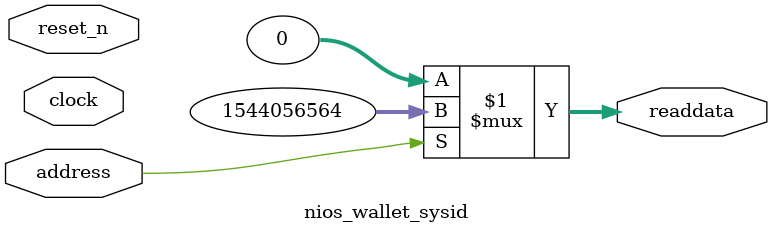
<source format=v>



// synthesis translate_off
`timescale 1ns / 1ps
// synthesis translate_on

// turn off superfluous verilog processor warnings 
// altera message_level Level1 
// altera message_off 10034 10035 10036 10037 10230 10240 10030 

module nios_wallet_sysid (
               // inputs:
                address,
                clock,
                reset_n,

               // outputs:
                readdata
             )
;

  output  [ 31: 0] readdata;
  input            address;
  input            clock;
  input            reset_n;

  wire    [ 31: 0] readdata;
  //control_slave, which is an e_avalon_slave
  assign readdata = address ? 1544056564 : 0;

endmodule



</source>
